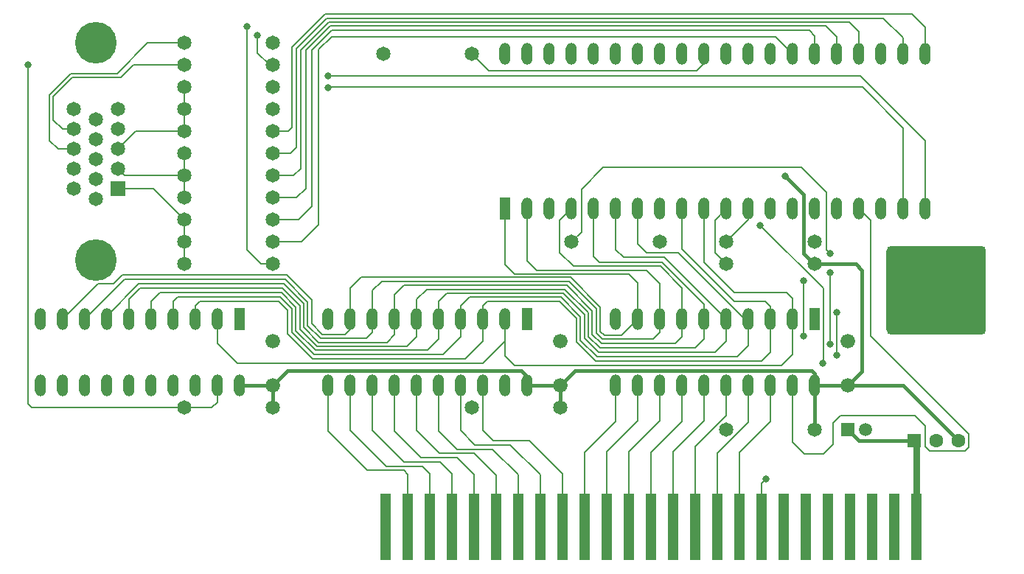
<source format=gtl>
%FSLAX23Y23*%
%MOIN*%
G70*
G01*
G75*
G04 Layer_Physical_Order=1*
G04 Layer_Color=255*
%ADD10R,0.050X0.300*%
%ADD11C,0.008*%
%ADD12C,0.015*%
%ADD13C,0.030*%
%ADD14C,0.065*%
G04:AMPARAMS|DCode=15|XSize=450mil|YSize=400mil|CornerRadius=20mil|HoleSize=0mil|Usage=FLASHONLY|Rotation=0.000|XOffset=0mil|YOffset=0mil|HoleType=Round|Shape=RoundedRectangle|*
%AMROUNDEDRECTD15*
21,1,0.450,0.360,0,0,0.0*
21,1,0.410,0.400,0,0,0.0*
1,1,0.040,0.205,-0.180*
1,1,0.040,-0.205,-0.180*
1,1,0.040,-0.205,0.180*
1,1,0.040,0.205,0.180*
%
%ADD15ROUNDEDRECTD15*%
%ADD16R,0.063X0.063*%
%ADD17C,0.063*%
%ADD18C,0.059*%
%ADD19R,0.059X0.059*%
%ADD20C,0.066*%
%ADD21C,0.188*%
%ADD22R,0.065X0.065*%
%ADD23O,0.050X0.100*%
%ADD24R,0.050X0.100*%
%ADD25C,0.032*%
D10*
X6660Y1160D02*
D03*
X6560D02*
D03*
X6460D02*
D03*
X6360D02*
D03*
X6260D02*
D03*
X6160D02*
D03*
X6060D02*
D03*
X5960D02*
D03*
X5860D02*
D03*
X5760D02*
D03*
X5660D02*
D03*
X5560D02*
D03*
X5460D02*
D03*
X5360D02*
D03*
X5260D02*
D03*
X5160D02*
D03*
X5060D02*
D03*
X4960D02*
D03*
X4860D02*
D03*
X4760D02*
D03*
X4660D02*
D03*
X4560D02*
D03*
X4460D02*
D03*
X4360D02*
D03*
X4260D02*
D03*
D11*
X3210Y2690D02*
X3350Y2550D01*
X3680Y3306D02*
Y3386D01*
Y3306D02*
X3736Y3250D01*
X3632Y2416D02*
Y3426D01*
Y2416D02*
X3698Y2350D01*
X3750D01*
X3050Y2690D02*
X3210D01*
X3080Y2750D02*
X3350D01*
X3050Y2780D02*
X3080Y2750D01*
X3050Y2870D02*
X3130Y2950D01*
X3350D01*
X5100Y2450D02*
X5146Y2496D01*
Y2688D01*
X5245Y2787D01*
X6141D01*
X6252Y2676D01*
Y2416D02*
Y2676D01*
Y2416D02*
X6270Y2398D01*
Y1987D02*
Y2311D01*
X3999Y3150D02*
X6416D01*
X5585Y2402D02*
X5893Y2093D01*
X5897Y2090D01*
X5900D01*
X6453Y2024D02*
X6896Y1581D01*
X4001Y3201D02*
X6407D01*
X6000Y2100D02*
Y2159D01*
Y1950D02*
Y2100D01*
X5897Y2090D02*
Y2097D01*
Y2090D02*
X5900Y2087D01*
X5440Y2402D02*
X5585D01*
X5400Y2442D02*
Y2600D01*
X4100Y2100D02*
Y2240D01*
Y2056D02*
Y2100D01*
X5048Y2548D02*
X5100Y2600D01*
X3500Y1990D02*
Y2100D01*
Y1990D02*
X3590Y1900D01*
X4700D01*
X4800Y2000D01*
Y2100D01*
X3400Y2160D02*
X3420Y2180D01*
X3777D01*
X3816Y2141D01*
Y2035D02*
X3931Y1920D01*
X4620D01*
X4700Y2000D01*
Y2100D01*
X4520Y1940D02*
X4600Y2020D01*
X3937Y1940D02*
X4520D01*
X3836Y2041D02*
X3937Y1940D01*
X3836Y2041D02*
Y2147D01*
X3320Y2200D02*
X3783D01*
X3300Y2180D02*
X3320Y2200D01*
X3300Y2100D02*
Y2180D01*
X3400Y2100D02*
Y2160D01*
X3200Y2100D02*
Y2180D01*
X3240Y2220D01*
X3789D01*
X3854Y2155D01*
Y2049D02*
Y2155D01*
Y2049D02*
X3943Y1960D01*
X4450D01*
X4500Y2010D02*
Y2100D01*
X4450Y1960D02*
X4500Y2010D01*
X3100Y2100D02*
Y2190D01*
X3150Y2240D01*
X3872Y2056D02*
Y2163D01*
Y2056D02*
X3950Y1978D01*
X4358D01*
X4400Y2020D01*
Y2100D01*
X3000D02*
Y2115D01*
X3145Y2260D01*
X3801D01*
X3890Y2171D01*
Y2064D02*
Y2171D01*
Y2064D02*
X3958Y1996D01*
X4266D01*
X4300Y2030D01*
Y2100D01*
X2900D02*
X3080Y2280D01*
X3807D01*
X3908Y2179D01*
Y2072D02*
X3966Y2014D01*
X4174D01*
X4200Y2040D01*
Y2100D01*
X3908Y2072D02*
Y2179D01*
X3795Y2240D02*
X3872Y2163D01*
X3150Y2240D02*
X3795D01*
X3030Y2260D02*
X3070Y2300D01*
X2800Y2100D02*
X2960Y2260D01*
X3030D01*
X3070Y2300D02*
X3813D01*
X3926Y2187D01*
Y2080D02*
Y2187D01*
Y2080D02*
X3974Y2032D01*
X4076D01*
X4100Y2056D01*
X4800Y1934D02*
X4843Y1891D01*
X6051D01*
X6100Y1940D01*
Y2100D01*
X4700D02*
Y2160D01*
X4720Y2180D01*
X5047D01*
X5122Y2105D01*
Y1999D02*
Y2105D01*
Y1999D02*
X5211Y1910D01*
X5960D01*
X6000Y1950D01*
X4600Y2160D02*
X4640Y2200D01*
X5053D01*
X5141Y2112D01*
Y2006D02*
X5217Y1930D01*
X5850D01*
X5900Y1980D01*
Y2087D01*
X5141Y2006D02*
Y2112D01*
X4500Y2180D02*
X4538Y2218D01*
X5062D01*
X4500Y2100D02*
Y2180D01*
X5062Y2218D02*
X5159Y2121D01*
Y2015D02*
Y2121D01*
Y2015D02*
X5224Y1950D01*
X5750D02*
X5800Y2000D01*
Y2100D01*
X4400D02*
Y2190D01*
X4446Y2236D01*
X5071D01*
X5177Y2023D02*
Y2130D01*
Y2023D02*
X5230Y1970D01*
X5660D01*
X5700Y2010D01*
Y2100D01*
X5071Y2236D02*
X5177Y2130D01*
X4300Y2100D02*
Y2210D01*
X4344Y2254D01*
X5079D01*
X5195Y2031D02*
Y2138D01*
Y2031D02*
X5236Y1990D01*
X5570D02*
X5600Y2020D01*
Y2100D01*
X5236Y1990D02*
X5570D01*
X4200Y2100D02*
Y2230D01*
X4242Y2272D01*
X5089D01*
X5213Y2148D01*
Y2038D02*
X5241Y2010D01*
X5470D01*
X5500Y2040D01*
Y2100D01*
X5213Y2038D02*
Y2148D01*
X5224Y1950D02*
X5750D01*
X5328Y2028D02*
X5400Y2100D01*
X5249Y2028D02*
X5328D01*
X5231Y2046D02*
X5249Y2028D01*
X5231Y2046D02*
Y2156D01*
X5097Y2290D02*
X5231Y2156D01*
X4150Y2290D02*
X5097D01*
X4100Y2240D02*
X4150Y2290D01*
X4600Y2020D02*
Y2100D01*
Y2160D01*
X2758Y3002D02*
X2800Y2960D01*
X2758Y3002D02*
Y3108D01*
X2844Y3194D01*
X3064D01*
X3120Y3250D01*
X2779Y2870D02*
X2850D01*
X2740Y2909D02*
X2779Y2870D01*
X2740Y2909D02*
Y3116D01*
X2837Y3213D01*
X3048D01*
X3185Y3350D01*
X3350D01*
X2800Y2960D02*
X2850D01*
X2660Y1700D02*
X3350D01*
X2643Y1717D02*
X2660Y1700D01*
X4800Y1934D02*
Y2000D01*
Y2349D02*
Y2600D01*
Y2349D02*
X4845Y2304D01*
X5360D01*
X5400Y2264D01*
Y2100D02*
Y2264D01*
X4900Y2364D02*
Y2600D01*
X4942Y2322D02*
X5440D01*
X5500Y2262D01*
Y2100D02*
Y2262D01*
X4900Y2364D02*
X4942Y2322D01*
X5048Y2402D02*
Y2548D01*
X5110Y2340D02*
X5503D01*
X5600Y2243D01*
Y2100D02*
Y2243D01*
X5048Y2402D02*
X5110Y2340D01*
X5200Y2386D02*
Y2600D01*
X5228Y2358D02*
X5511D01*
X5700Y2169D01*
Y2100D02*
Y2169D01*
X5200Y2386D02*
X5228Y2358D01*
X5300Y2416D02*
Y2600D01*
Y2416D02*
X5336Y2380D01*
X5520D01*
X5800Y2100D01*
X5600Y2419D02*
Y2600D01*
Y2419D02*
X5836Y2183D01*
X5976D01*
X6000Y2159D01*
X5700Y2358D02*
Y2600D01*
Y2358D02*
X5838Y2220D01*
X6074D01*
X6100Y2194D01*
Y2100D02*
Y2194D01*
X5749Y2401D02*
X5800Y2350D01*
X5749Y2401D02*
Y2549D01*
X5800Y2600D01*
X5900Y2550D02*
Y2600D01*
X5800Y2450D02*
X5900Y2550D01*
X3821Y2950D02*
X3838Y2967D01*
Y3332D01*
X3987Y3481D01*
X6640D01*
X6700Y3421D01*
Y3300D02*
Y3421D01*
X3829Y2850D02*
X3858Y2879D01*
Y3326D01*
X3995Y3463D01*
X6511D01*
X6600Y3374D01*
Y3300D02*
Y3374D01*
X3750Y2750D02*
X3844D01*
X3876Y2782D01*
Y3318D01*
X4003Y3445D01*
X6356D01*
X6400Y3401D01*
Y3300D02*
Y3401D01*
X3750Y2650D02*
X3858D01*
X3901Y2693D01*
Y3317D01*
X4011Y3427D01*
X6251D01*
X6300Y3378D01*
Y3300D02*
Y3378D01*
X3750Y2550D02*
X3866D01*
X3928Y2612D01*
Y3318D01*
X4017Y3407D01*
X6176D01*
X6200Y3383D01*
Y3300D02*
Y3383D01*
X3750Y2450D02*
X3879D01*
X3958Y2529D01*
Y3320D01*
X4016Y3378D01*
X6022D01*
X6100Y3300D01*
X6600Y2600D02*
Y2966D01*
X6416Y3150D02*
X6600Y2966D01*
X6407Y3201D02*
X6700Y2908D01*
Y2600D02*
Y2908D01*
X2643Y1717D02*
Y3251D01*
Y3252D01*
X3999Y3149D02*
Y3150D01*
X3350Y1700D02*
X3475D01*
X3500Y1725D01*
Y1800D01*
X4650Y3300D02*
X4726Y3224D01*
X5667D01*
X5694Y3251D01*
Y3294D01*
X5700Y3300D01*
X5955Y2524D02*
X6239Y2240D01*
Y1901D02*
Y2240D01*
X6100Y1545D02*
Y1800D01*
Y1545D02*
X6153Y1492D01*
X6240D01*
X6283Y1535D01*
Y1630D01*
X6318Y1665D02*
X6652D01*
X6700Y1617D01*
Y1524D02*
Y1617D01*
Y1524D02*
X6720Y1504D01*
X6880D01*
X6896Y1520D01*
Y1581D01*
X6453Y2024D02*
Y2547D01*
X6400Y2600D02*
X6453Y2547D01*
X6283Y1630D02*
X6318Y1665D01*
X6150Y2024D02*
Y2276D01*
X3350Y2950D02*
Y3050D01*
Y3150D01*
Y2750D02*
Y2850D01*
Y2650D02*
Y2750D01*
Y2350D02*
Y2450D01*
Y2550D01*
X3120Y3250D02*
X3350D01*
X5160Y1499D02*
X5300Y1639D01*
X5160Y1160D02*
Y1499D01*
X5400Y1642D02*
Y1800D01*
X5260Y1502D02*
X5400Y1642D01*
X5260Y1160D02*
Y1502D01*
X5500Y1643D02*
Y1800D01*
X5360Y1503D02*
X5500Y1643D01*
X5360Y1160D02*
Y1503D01*
X5600Y1638D02*
Y1800D01*
X5460Y1498D02*
X5600Y1638D01*
X5460Y1160D02*
Y1498D01*
X5800Y1666D02*
Y1800D01*
X5660Y1160D02*
Y1526D01*
X5560Y1160D02*
Y1500D01*
X5700Y1640D01*
Y1800D01*
X5760Y1160D02*
Y1494D01*
X5900Y1634D01*
Y1800D01*
X6000Y1638D02*
Y1800D01*
X5860Y1498D02*
X6000Y1638D01*
X5860Y1160D02*
Y1498D01*
X4760Y1160D02*
Y1395D01*
X4661Y1494D02*
X4760Y1395D01*
X4505Y1494D02*
X4661D01*
X4400Y1599D02*
X4505Y1494D01*
X4400Y1599D02*
Y1800D01*
X4660Y1160D02*
Y1399D01*
X4583Y1476D02*
X4660Y1399D01*
X4420Y1476D02*
X4583D01*
X4300Y1596D02*
X4420Y1476D01*
X4300Y1596D02*
Y1800D01*
X4860Y1160D02*
Y1397D01*
X4745Y1512D02*
X4860Y1397D01*
X4584Y1512D02*
X4745D01*
X4500Y1596D02*
X4584Y1512D01*
X4500Y1596D02*
Y1800D01*
X4560Y1160D02*
Y1402D01*
X4506Y1456D02*
X4560Y1402D01*
X4342Y1456D02*
X4506D01*
X4200Y1598D02*
X4342Y1456D01*
X4200Y1598D02*
Y1800D01*
X4960Y1160D02*
Y1397D01*
X4824Y1533D02*
X4960Y1397D01*
X4665Y1533D02*
X4824D01*
X4600Y1598D02*
X4665Y1533D01*
X4600Y1598D02*
Y1800D01*
X5060Y1160D02*
Y1400D01*
X4909Y1551D02*
X5060Y1400D01*
X4748Y1551D02*
X4909D01*
X4700Y1599D02*
X4748Y1551D01*
X4700Y1599D02*
Y1800D01*
X4360Y1160D02*
Y1399D01*
X4342Y1417D02*
X4360Y1399D01*
X4178Y1417D02*
X4342D01*
X4000Y1595D02*
X4178Y1417D01*
X4000Y1595D02*
Y1800D01*
X4460Y1160D02*
Y1401D01*
X4426Y1435D02*
X4460Y1401D01*
X4262Y1435D02*
X4426D01*
X4100Y1597D02*
X4262Y1435D01*
X4100Y1597D02*
Y1800D01*
X5400Y2442D02*
X5440Y2402D01*
X5900Y2090D02*
Y2100D01*
X6300Y1939D02*
Y2131D01*
X5960Y1359D02*
X5980Y1379D01*
X5960Y1160D02*
Y1359D01*
X5300Y1639D02*
Y1800D01*
X3783Y2200D02*
X3836Y2147D01*
X3816Y2035D02*
Y2141D01*
X5660Y1526D02*
X5800Y1666D01*
X5079Y2254D02*
X5195Y2138D01*
X3750Y2850D02*
X3829D01*
X3750Y2950D02*
X3821D01*
D12*
X6200Y2350D02*
X6387D01*
X6200Y2343D02*
X6205D01*
X6199Y2349D02*
X6200Y2348D01*
X6150Y2398D02*
X6199Y2349D01*
X6200Y2348D02*
X6205Y2343D01*
X6200Y2348D02*
Y2350D01*
Y2343D02*
Y2348D01*
X6650Y1550D02*
X6660Y1540D01*
X6400Y1550D02*
X6650D01*
X6350Y1600D02*
X6400Y1550D01*
X3750Y1700D02*
Y1800D01*
X5050Y1700D02*
Y1800D01*
X4900D02*
Y1840D01*
X6200Y1600D02*
Y1800D01*
X6600D02*
X6850Y1550D01*
X6350Y1800D02*
X6600D01*
X6414Y1864D02*
Y2323D01*
X6200Y1800D02*
X6350D01*
X3818Y1868D02*
X4873D01*
X3750Y1800D02*
X3818Y1868D01*
X3600Y1800D02*
X3750D01*
X5118Y1868D02*
X6188D01*
X6350Y1800D02*
X6414Y1864D01*
X6387Y2350D02*
X6414Y2323D01*
X6200Y1800D02*
Y1856D01*
X4900Y1800D02*
Y1840D01*
X6150Y2398D02*
Y2664D01*
X6067Y2747D02*
X6150Y2664D01*
X4900Y1800D02*
Y1840D01*
Y1800D02*
X5050D01*
X5118Y1868D01*
X6188D02*
X6200Y1856D01*
X4873Y1868D02*
X4900Y1841D01*
Y1800D02*
Y1841D01*
D13*
X6660Y1160D02*
Y1540D01*
D14*
X5500Y2450D02*
D03*
X5100D02*
D03*
X5800D02*
D03*
X6200D02*
D03*
X4650Y3300D02*
D03*
X4250D02*
D03*
X3350Y2850D02*
D03*
X3750D02*
D03*
X3350Y2450D02*
D03*
X3750D02*
D03*
Y2350D02*
D03*
X3350D02*
D03*
X3750Y2550D02*
D03*
X3350D02*
D03*
X3750Y2750D02*
D03*
X3350D02*
D03*
X3750Y2650D02*
D03*
X3350D02*
D03*
X3750Y2950D02*
D03*
X3350D02*
D03*
X3750Y3050D02*
D03*
X3350D02*
D03*
X3750Y3150D02*
D03*
X3350D02*
D03*
X3750Y3250D02*
D03*
Y3350D02*
D03*
Y1700D02*
D03*
X3350D02*
D03*
X5050D02*
D03*
X6200Y1600D02*
D03*
X3350Y3350D02*
D03*
Y3250D02*
D03*
X2950Y3005D02*
D03*
Y2915D02*
D03*
Y2825D02*
D03*
Y2735D02*
D03*
X3050Y2960D02*
D03*
Y2870D02*
D03*
Y2780D02*
D03*
X2950Y2645D02*
D03*
X2850Y2690D02*
D03*
Y2780D02*
D03*
Y2870D02*
D03*
Y2960D02*
D03*
Y3050D02*
D03*
X5800Y1600D02*
D03*
X4650Y1700D02*
D03*
X3050Y3050D02*
D03*
X6200Y2350D02*
D03*
X5800D02*
D03*
D15*
X6750Y2230D02*
D03*
D16*
X6650Y1550D02*
D03*
D17*
X6750D02*
D03*
X6850D02*
D03*
D18*
X6429Y1600D02*
D03*
D19*
X6350D02*
D03*
D20*
X5050Y1800D02*
D03*
Y2000D02*
D03*
X6350Y1800D02*
D03*
Y2000D02*
D03*
X3750D02*
D03*
Y1800D02*
D03*
D21*
X2950Y2368D02*
D03*
Y3352D02*
D03*
D22*
X3050Y2690D02*
D03*
D23*
X2700Y1800D02*
D03*
X2800D02*
D03*
X2900D02*
D03*
X3000D02*
D03*
X3100D02*
D03*
X3200D02*
D03*
X3300D02*
D03*
X3400D02*
D03*
X3500D02*
D03*
X3600D02*
D03*
X2700Y2100D02*
D03*
X2800D02*
D03*
X2900D02*
D03*
X3000D02*
D03*
X3100D02*
D03*
X3200D02*
D03*
X3300D02*
D03*
X3400D02*
D03*
X3500D02*
D03*
X4000Y1800D02*
D03*
X4100D02*
D03*
X4200D02*
D03*
X4300D02*
D03*
X4400D02*
D03*
X4500D02*
D03*
X4600D02*
D03*
X4700D02*
D03*
X4900D02*
D03*
X4000Y2100D02*
D03*
X4100D02*
D03*
X4200D02*
D03*
X4300D02*
D03*
X4400D02*
D03*
X4500D02*
D03*
X4600D02*
D03*
X4700D02*
D03*
X4800D02*
D03*
X5300Y1800D02*
D03*
X5400D02*
D03*
X5500D02*
D03*
X5600D02*
D03*
X5700D02*
D03*
X5800D02*
D03*
X5900D02*
D03*
X6000D02*
D03*
X6200D02*
D03*
X5300Y2100D02*
D03*
X5400D02*
D03*
X5500D02*
D03*
X5600D02*
D03*
X5700D02*
D03*
X5800D02*
D03*
X5900D02*
D03*
X6000D02*
D03*
X6100D02*
D03*
Y1800D02*
D03*
X4800D02*
D03*
X6300Y2600D02*
D03*
X6400D02*
D03*
X6700Y3300D02*
D03*
X6600D02*
D03*
X6500D02*
D03*
X6400D02*
D03*
X6300D02*
D03*
X6200D02*
D03*
X6100D02*
D03*
X6000D02*
D03*
X5900D02*
D03*
X5800D02*
D03*
X5700D02*
D03*
X5600D02*
D03*
X5500D02*
D03*
X5400D02*
D03*
X5300D02*
D03*
X5200D02*
D03*
X5100D02*
D03*
X5000D02*
D03*
X4900D02*
D03*
X4800D02*
D03*
X6700Y2600D02*
D03*
X6600D02*
D03*
X6500D02*
D03*
X6200D02*
D03*
X6100D02*
D03*
X6000D02*
D03*
X5900D02*
D03*
X5800D02*
D03*
X5700D02*
D03*
X5600D02*
D03*
X5500D02*
D03*
X5400D02*
D03*
X5300D02*
D03*
X5200D02*
D03*
X5100D02*
D03*
X5000D02*
D03*
X4900D02*
D03*
D24*
X3600Y2100D02*
D03*
X4900D02*
D03*
X6200D02*
D03*
X4800Y2600D02*
D03*
D25*
X3680Y3386D02*
D03*
X3632Y3426D02*
D03*
X6270Y2398D02*
D03*
Y2311D02*
D03*
Y1987D02*
D03*
X4001Y3201D02*
D03*
X3999Y3149D02*
D03*
X2643Y3251D02*
D03*
X6067Y2747D02*
D03*
X5955Y2524D02*
D03*
X6236Y1901D02*
D03*
X6150Y2276D02*
D03*
Y2024D02*
D03*
X6300Y2131D02*
D03*
Y1939D02*
D03*
X5980Y1379D02*
D03*
M02*

</source>
